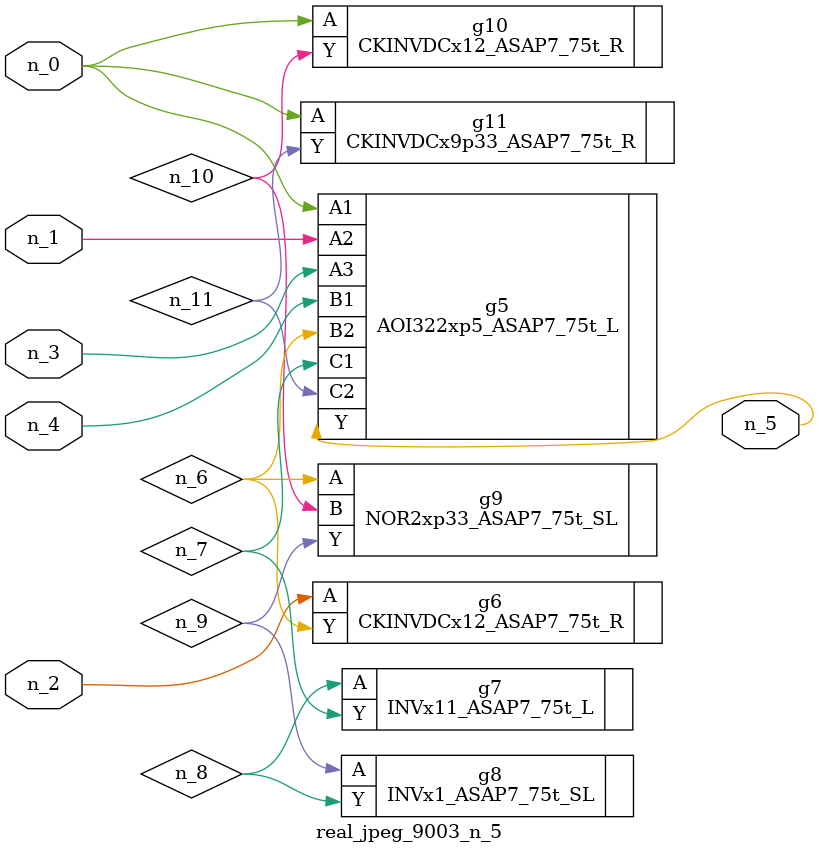
<source format=v>
module real_jpeg_9003_n_5 (n_4, n_0, n_1, n_2, n_3, n_5);

input n_4;
input n_0;
input n_1;
input n_2;
input n_3;

output n_5;

wire n_8;
wire n_11;
wire n_6;
wire n_7;
wire n_10;
wire n_9;

AOI322xp5_ASAP7_75t_L g5 ( 
.A1(n_0),
.A2(n_1),
.A3(n_3),
.B1(n_4),
.B2(n_6),
.C1(n_7),
.C2(n_11),
.Y(n_5)
);

CKINVDCx12_ASAP7_75t_R g10 ( 
.A(n_0),
.Y(n_10)
);

CKINVDCx9p33_ASAP7_75t_R g11 ( 
.A(n_0),
.Y(n_11)
);

CKINVDCx12_ASAP7_75t_R g6 ( 
.A(n_2),
.Y(n_6)
);

NOR2xp33_ASAP7_75t_SL g9 ( 
.A(n_6),
.B(n_10),
.Y(n_9)
);

INVx11_ASAP7_75t_L g7 ( 
.A(n_8),
.Y(n_7)
);

INVx1_ASAP7_75t_SL g8 ( 
.A(n_9),
.Y(n_8)
);


endmodule
</source>
